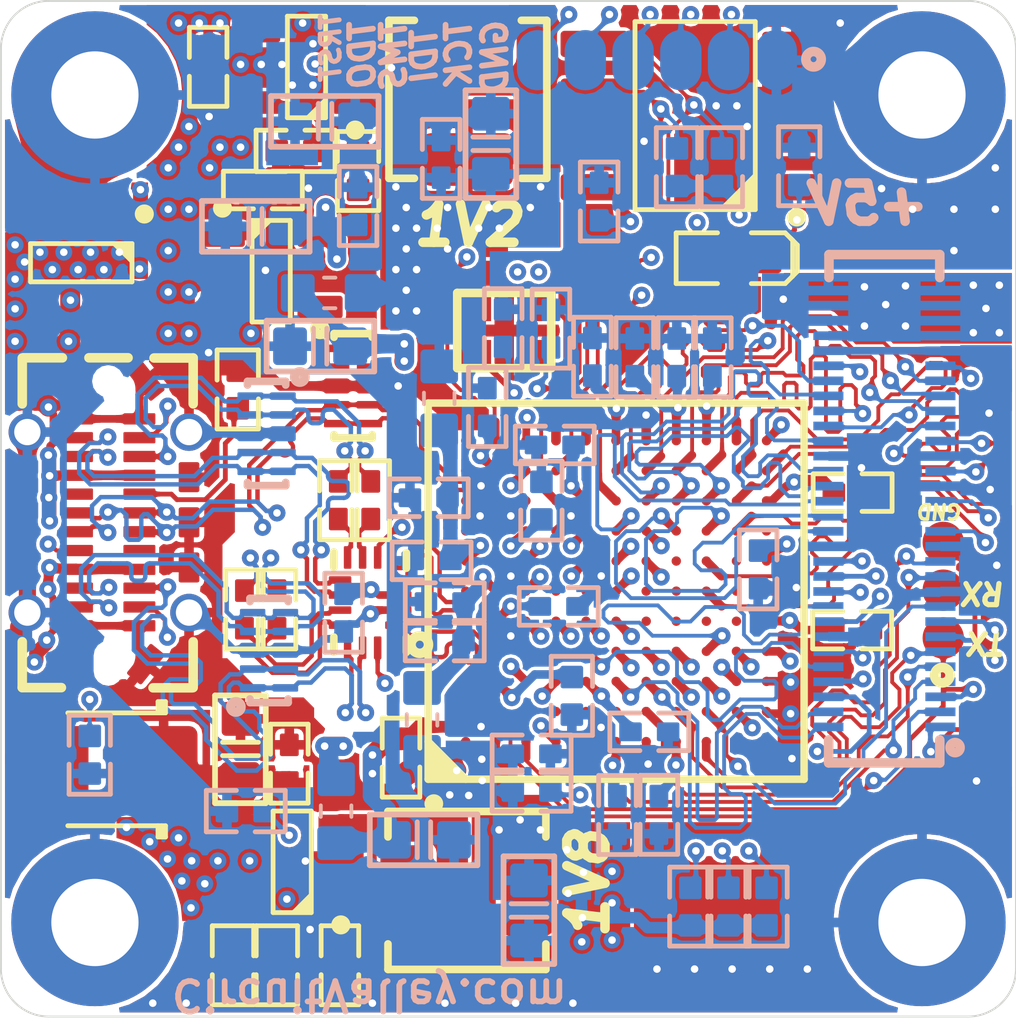
<source format=kicad_pcb>
(kicad_pcb (version 20211014) (generator pcbnew)

  (general
    (thickness 1.6)
  )

  (paper "A4")
  (layers
    (0 "F.Cu" signal "Signal_T")
    (1 "In1.Cu" signal "GND_T")
    (2 "In2.Cu" signal "PWR")
    (3 "In3.Cu" signal "Signal_INT")
    (4 "In4.Cu" signal "GND_B")
    (31 "B.Cu" signal "Signal_B")
    (32 "B.Adhes" user "B.Adhesive")
    (33 "F.Adhes" user "F.Adhesive")
    (34 "B.Paste" user "Bottom Paste")
    (35 "F.Paste" user "Top Paste")
    (36 "B.SilkS" user "Bottom Overlay")
    (37 "F.SilkS" user "Top Overlay")
    (38 "B.Mask" user "Bottom Solder")
    (39 "F.Mask" user "Top Solder")
    (40 "Dwgs.User" user "Mechanical 10")
    (41 "Cmts.User" user "User.Comments")
    (42 "Eco1.User" user "User.Eco1")
    (43 "Eco2.User" user "Mechanical 11")
    (44 "Edge.Cuts" user)
    (45 "Margin" user)
    (46 "B.CrtYd" user "B.Courtyard")
    (47 "F.CrtYd" user "F.Courtyard")
    (48 "B.Fab" user "Mechanical 13")
    (49 "F.Fab" user "Mechanical 12")
    (50 "User.1" user "Mechanical 1")
    (51 "User.2" user "Mechanical 2")
    (52 "User.3" user "Mechanical 3")
    (53 "User.4" user "Mechanical 4")
    (54 "User.5" user "Mechanical 5")
    (55 "User.6" user "Mechanical 6")
    (56 "User.7" user "Mechanical 7")
    (57 "User.8" user "Mechanical 8")
    (58 "User.9" user "Mechanical 9")
  )

  (setup
    (pad_to_mask_clearance 0)
    (aux_axis_origin 131.8515 128.841399)
    (grid_origin 131.8515 128.841399)
    (pcbplotparams
      (layerselection 0x00010fc_ffffffff)
      (disableapertmacros false)
      (usegerberextensions false)
      (usegerberattributes true)
      (usegerberadvancedattributes true)
      (creategerberjobfile true)
      (svguseinch false)
      (svgprecision 6)
      (excludeedgelayer true)
      (plotframeref false)
      (viasonmask false)
      (mode 1)
      (useauxorigin false)
      (hpglpennumber 1)
      (hpglpenspeed 20)
      (hpglpendiameter 15.000000)
      (dxfpolygonmode true)
      (dxfimperialunits true)
      (dxfusepcbnewfont true)
      (psnegative false)
      (psa4output false)
      (plotreference true)
      (plotvalue true)
      (plotinvisibletext false)
      (sketchpadsonfab false)
      (subtractmaskfromsilk false)
      (outputformat 1)
      (mirror false)
      (drillshape 1)
      (scaleselection 1)
      (outputdirectory "")
    )
  )

  (net 0 "")
  (net 1 "UART_CTS")
  (net 2 "NetR6_2")
  (net 3 "NetR1_2")
  (net 4 "NetC22_1")
  (net 5 "NetC21_1")
  (net 6 "GPIO26")
  (net 7 "GPIO24")
  (net 8 "GPIO22")
  (net 9 "GPIO21")
  (net 10 "FPGA_D31")
  (net 11 "FPGA_D30")
  (net 12 "FPGA_D28")
  (net 13 "FPGA_D27")
  (net 14 "FPGA_D26")
  (net 15 "FPGA_D25")
  (net 16 "FPGA_D24")
  (net 17 "FPGA_D23")
  (net 18 "FPGA_D22")
  (net 19 "FPGA_D21")
  (net 20 "FPGA_D20")
  (net 21 "FPGA_D19")
  (net 22 "FPGA_D18")
  (net 23 "FPGA_D17")
  (net 24 "FPGA_D16")
  (net 25 "FPGA_D15")
  (net 26 "FPGA_D14")
  (net 27 "FPGA_D13")
  (net 28 "FPGA_D12")
  (net 29 "FPGA_D11")
  (net 30 "FPGA_D10")
  (net 31 "FPGA_D9")
  (net 32 "FPGA_D8")
  (net 33 "FPGA_D7")
  (net 34 "FPGA_D6")
  (net 35 "FPGA_D5")
  (net 36 "FPGA_D4")
  (net 37 "FPGA_D3")
  (net 38 "FPGA_D2")
  (net 39 "FPGA_D1")
  (net 40 "FPGA_D0")
  (net 41 "FPGA_CTL1")
  (net 42 "FPGA_CTL0")
  (net 43 "FPGA_CLK")
  (net 44 "NetL2_1")
  (net 45 "C1_P")
  (net 46 "C1_N")
  (net 47 "B1_P")
  (net 48 "B1_N")
  (net 49 "NetR12_1")
  (net 50 "NetR8_1")
  (net 51 "NetR3_2")
  (net 52 "NetC17_2")
  (net 53 "NetC1_2")
  (net 54 "UART_TX")
  (net 55 "UART_RX")
  (net 56 "FPGA_D29")
  (net 57 "NetLED1_K")
  (net 58 "LED")
  (net 59 "LDO_3V3")
  (net 60 "USB3_MUX_SEL")
  (net 61 "USB3_MUX_OE")
  (net 62 "SS_TX2_P")
  (net 63 "SS_TX2_N")
  (net 64 "SS_TX1_P")
  (net 65 "SS_TX1_N")
  (net 66 "SS_RX2_P")
  (net 67 "SS_RX2_N")
  (net 68 "SS_RX1_P")
  (net 69 "SS_RX1_N")
  (net 70 "FX3_SSTX_P")
  (net 71 "FX3_SSTX_N")
  (net 72 "FX3_SSRX_P")
  (net 73 "FX3_SSRX_N")
  (net 74 "NetJ2_B5")
  (net 75 "NetJ2_A5")
  (net 76 "USB_TMS")
  (net 77 "USB_TDO")
  (net 78 "USB_TDI")
  (net 79 "USB_~{TRST")
  (net 80 "PMOD2")
  (net 81 "PMOD1")
  (net 82 "PMOD0")
  (net 83 "VUSB")
  (net 84 "SS_D_P")
  (net 85 "SS_D_N")
  (net 86 "SDA_1V8")
  (net 87 "SCL_1V8")
  (net 88 "USB_TCK")
  (net 89 "NetL3_1")
  (net 90 "NetC20_2")
  (net 91 "NetC19_2")
  (net 92 "GND")
  (net 93 "1V8")
  (net 94 "1V2")
  (net 95 "+5V")

  (footprint "PBL - SMD Packages.PcbLib:CAPC1005N" (layer "F.Cu") (at 142.344245 107.679999 -90))

  (footprint (layer "F.Cu") (at 159.501099 116.003599))

  (footprint "cvlib.PcbLib:SMD_3Solder_points_1.27" (layer "F.Cu") (at 160.066922 107.194198 90))

  (footprint "Cypress USB Controllers.PcbLib:CYP-BZX121" (layer "F.Cu") (at 151.3655 107.194201 90))

  (footprint "cvlib.PcbLib:SOT23-5" (layer "F.Cu") (at 142.1893 98.691599))

  (footprint "cvlib.PcbLib:SOT23-5" (layer "F.Cu") (at 143.1291 93.255999 180))

  (footprint "PBL - SMD Packages.PcbLib:CAPC1005N" (layer "F.Cu") (at 144.838352 104.777353 -90))

  (footprint "cvlib.PcbLib:SOT23-5" (layer "F.Cu") (at 142.7481 114.387402 180))

  (footprint "PBL - SMD Packages.PcbLib:CAPC1005N" (layer "F.Cu") (at 145.6437 111.620199 90))

  (footprint "PBL - SMD Packages.PcbLib:CAPC1005N" (layer "F.Cu") (at 142.6719 111.7806 -90))

  (footprint "Inductor.PcbLib:FDSD0420-H-2R2M" (layer "F.Cu") (at 147.4217 94.119599 -90))

  (footprint "cvlib.PcbLib:UQFN-16" (layer "F.Cu") (at 144.821477 107.498599 180))

  (footprint "Inductor.PcbLib:FDSD0420-H-2R2M" (layer "F.Cu") (at 147.3963 115.150799))

  (footprint "cvlib.PcbLib:SOT23-5" (layer "F.Cu") (at 137.1347 98.462999 -90))

  (footprint "PBL - SMD Packages.PcbLib:CAPC1608N" (layer "F.Cu") (at 141.372825 111.390426 90))

  (footprint (layer "F.Cu") (at 159.501099 94.0036))

  (footprint "PBL - SMD Packages.PcbLib:CAPC1005N" (layer "F.Cu") (at 141.968701 96.529642 180))

  (footprint "PBL - SMD Packages.PcbLib:CAPC1005N" (layer "F.Cu") (at 141.4781 107.679999 -90))

  (footprint "PBL - SMD Packages.PcbLib:RESC1005N" (layer "F.Cu") (at 142.3417 117.14 -90))

  (footprint "cvlib.PcbLib:Active Oscillator 2520" (layer "F.Cu") (at 148.388658 100.266399 180))

  (footprint "PBL - SMD Packages.PcbLib:RESC1005N" (layer "F.Cu") (at 142.838252 95.489934))

  (footprint (layer "F.Cu") (at 137.5011 116.003599))

  (footprint "cvlib.PcbLib:SOIC8" (layer "F.Cu") (at 153.4669 94.551399 180))

  (footprint (layer "F.Cu") (at 137.5011 94.0036))

  (footprint "PBL - SMD Packages.PcbLib:CAPC1005N" (layer "F.Cu") (at 157.643041 108.229594 180))

  (footprint "cvlib.PcbLib:10132328-10001LF" (layer "F.Cu") (at 137.854099 105.364999 -90))

  (footprint "PBL - SMD Packages.PcbLib:LED-0603-RED" (layer "F.Cu") (at 154.511429 98.343136))

  (footprint "cvlib.PcbLib:uDFN-10" (layer "F.Cu") (at 144.368485 101.739602 90))

  (footprint "PBL - SMD Packages.PcbLib:CAPC1005N" (layer "F.Cu") (at 157.6563 104.574295 180))

  (footprint "PBL - SMD Packages.PcbLib:RESC1005N" (layer "F.Cu") (at 141.1733 117.14 -90))

  (footprint "PBL - SMD Packages.PcbLib:CAPC1005N" (layer "F.Cu") (at 144.0181 117.14 -90))

  (footprint "PBL - SMD Packages.PcbLib:CAPC1005N" (layer "F.Cu") (at 140.5129 93.255999 90))

  (footprint "PBL - SMD Packages.PcbLib:RESC1005N" (layer "F.Cu") (at 144.5007 96.024599 -90))

  (footprint "PBL - SMD Packages.PcbLib:CAPC1005N" (layer "F.Cu") (at 143.974752 104.777353 -90))

  (footprint "PBL - SMD Packages.PcbLib:CAPMP3528X210N" (layer "F.Cu") (at 137.87926 111.931014 180))

  (footprint "PBL - SMD Packages.PcbLib:RESC1005N" (layer "F.Cu") (at 141.3003 101.833198 90))

  (footprint "PBL - SMD Packages.PcbLib:CAPC1608N" (layer "B.Cu") (at 149.0473 115.684199 -90))

  (footprint "PBL - SMD Packages.PcbLib:CAPC1005N" (layer "B.Cu") (at 152.503229 113.140821 90))

  (footprint "PBL - SMD Packages.PcbLib:RESC1005N" (layer "B.Cu
... [2002280 chars truncated]
</source>
